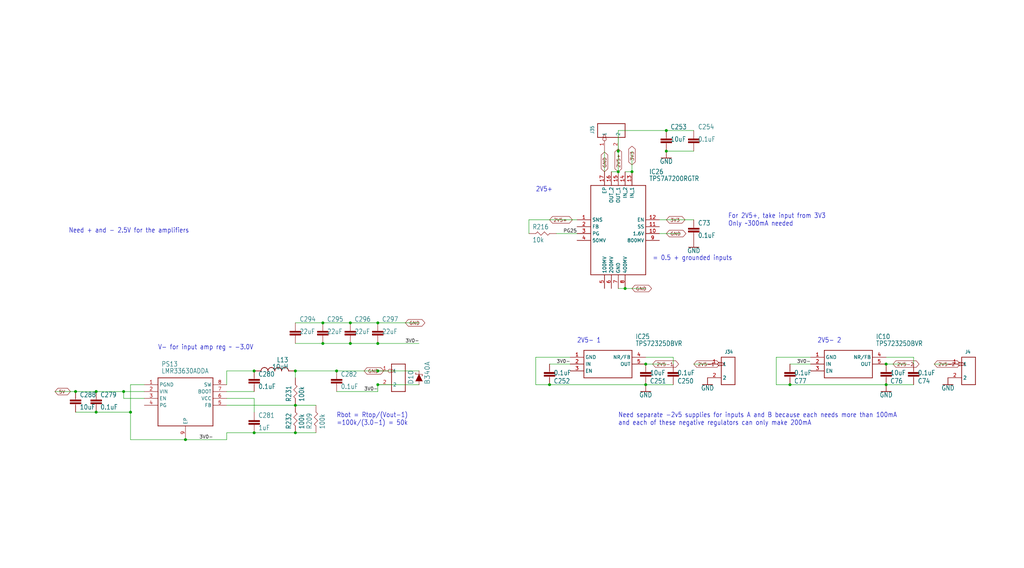
<source format=kicad_sch>
(kicad_sch (version 20231120) (generator "eeschema") (generator_version "8.0")
  (paper "User" 378.663 210.007)
  (lib_symbols
    (symbol "haasoscope_pro_adc_fpga_board-eagle-import:CAPACITOR_0402_N"
      (symbol "CAPACITOR_0402_N_1_0"
        (rectangle (start -2.032 -2.032) (end 2.032 -1.524) (fill (type outline)))
        (rectangle (start -2.032 -1.016) (end 2.032 -0.508) (fill (type outline)))
        (polyline (pts (xy 0 -2.54) (xy 0 -2.032)) (stroke (width 0.1524)))
        (polyline (pts (xy 0 0) (xy 0 -0.508)) (stroke (width 0.1524)))
        (pin passive line (at 0 2.54 270) (length 2.54) (name "1") (number "1"))
        (pin passive line (at 0 -5.08 90) (length 2.54) (name "2") (number "2"))
      )
    )
    (symbol "haasoscope_pro_adc_fpga_board-eagle-import:CAPACITOR_0805_N"
      (symbol "CAPACITOR_0805_N_1_0"
        (rectangle (start -2.032 -2.032) (end 2.032 -1.524) (fill (type outline)))
        (rectangle (start -2.032 -1.016) (end 2.032 -0.508) (fill (type outline)))
        (polyline (pts (xy 0 -2.54) (xy 0 -2.032)) (stroke (width 0.1524)))
        (polyline (pts (xy 0 0) (xy 0 -0.508)) (stroke (width 0.1524)))
        (pin passive line (at 0 2.54 270) (length 2.54) (name "1") (number "1"))
        (pin passive line (at 0 -5.08 90) (length 2.54) (name "2") (number "2"))
      )
    )
    (symbol "haasoscope_pro_adc_fpga_board-eagle-import:DIODE-SCHOTTKY-B340A"
      (property "Reference" "D" (at -2.54 2.032 0))
      (symbol "DIODE-SCHOTTKY-B340A_1_0"
        (polyline (pts (xy -2.54 0) (xy -1.27 0)) (stroke (width 0.1524)))
        (polyline (pts (xy 0.762 -1.27) (xy 0.762 -1.016)) (stroke (width 0.1524)))
        (polyline (pts (xy 1.27 -1.27) (xy 0.762 -1.27)) (stroke (width 0.1524)))
        (polyline (pts (xy 1.27 0) (xy 1.27 -1.27)) (stroke (width 0.1524)))
        (polyline (pts (xy 1.27 1.27) (xy 1.27 0)) (stroke (width 0.1524)))
        (polyline (pts (xy 1.27 1.27) (xy 1.778 1.27)) (stroke (width 0.1524)))
        (polyline (pts (xy 1.778 1.27) (xy 1.778 1.016)) (stroke (width 0.1524)))
        (polyline (pts (xy 2.54 0) (xy 1.27 0)) (stroke (width 0.1524)))
        (polyline (pts (xy -1.27 1.27) (xy 1.27 0) (xy -1.27 -1.27)) (stroke (width 0.1524)) (fill (type outline)))
        (pin passive line (at -2.54 0 0) (length 0) (name "A") (number "A"))
        (pin passive line (at 2.54 0 180) (length 0) (name "C") (number "C"))
      )
    )
    (symbol "haasoscope_pro_adc_fpga_board-eagle-import:DIP-BLACK-MALE-HEADER-VERT(2P-2.54)"
      (symbol "DIP-BLACK-MALE-HEADER-VERT(2P-2.54)_1_0"
        (polyline (pts (xy -2.54 -5.08) (xy -2.54 5.08)) (stroke (width 0.254)))
        (polyline (pts (xy -2.54 5.08) (xy 2.54 5.08)) (stroke (width 0.254)))
        (polyline (pts (xy 2.54 -5.08) (xy -2.54 -5.08)) (stroke (width 0.254)))
        (polyline (pts (xy 2.54 5.08) (xy 2.54 -5.08)) (stroke (width 0.254)))
        (pin bidirectional inverted_clock (at -7.62 2.54 0) (length 5.08) (name "1") (number "1"))
        (pin bidirectional line (at -7.62 -2.54 0) (length 5.08) (name "2") (number "2"))
      )
    )
    (symbol "haasoscope_pro_adc_fpga_board-eagle-import:INDUCTORPWR"
      (property "Reference" "L" (at 2.54 5.08 0))
      (symbol "INDUCTORPWR_1_0"
        (arc (start 0 -5.08) (mid 0.898 -4.708) (end 1.27 -3.81) (stroke (width 0.254)))
        (arc (start 0 -2.54) (mid 0.898 -2.168) (end 1.27 -1.27) (stroke (width 0.254)))
        (arc (start 0 0) (mid 0.898 0.372) (end 1.27 1.27) (stroke (width 0.254)))
        (arc (start 0 2.54) (mid 0.898 2.912) (end 1.27 3.81) (stroke (width 0.254)))
        (arc (start 1.27 -3.81) (mid 0.898 -2.912) (end 0 -2.54) (stroke (width 0.254)))
        (arc (start 1.27 -1.27) (mid 0.898 -0.372) (end 0 0) (stroke (width 0.254)))
        (arc (start 1.27 1.27) (mid 0.898 2.168) (end 0 2.54) (stroke (width 0.254)))
        (arc (start 1.27 3.81) (mid 0.898 4.708) (end 0 5.08) (stroke (width 0.254)))
        (pin passive line (at 0 7.62 270) (length 2.54) (name "1") (number "1"))
        (pin passive line (at 0 -7.62 90) (length 2.54) (name "2") (number "2"))
      )
    )
    (symbol "haasoscope_pro_adc_fpga_board-eagle-import:LMR33630ADDA"
      (property "Reference" "PS" (at 26.67 7.62 0))
      (symbol "LMR33630ADDA_1_0"
        (polyline (pts (xy 5.08 2.54) (xy 5.08 -15.24)) (stroke (width 0.254)))
        (polyline (pts (xy 5.08 2.54) (xy 25.4 2.54)) (stroke (width 0.254)))
        (polyline (pts (xy 25.4 -15.24) (xy 5.08 -15.24)) (stroke (width 0.254)))
        (polyline (pts (xy 25.4 -15.24) (xy 25.4 2.54)) (stroke (width 0.254)))
        (pin bidirectional line (at 0 0 0) (length 5.08) (name "PGND") (number "1"))
        (pin bidirectional line (at 0 -2.54 0) (length 5.08) (name "VIN") (number "2"))
        (pin bidirectional line (at 0 -5.08 0) (length 5.08) (name "EN") (number "3"))
        (pin bidirectional line (at 0 -7.62 0) (length 5.08) (name "PG") (number "4"))
        (pin bidirectional line (at 30.48 -7.62 180) (length 5.08) (name "FB") (number "5"))
        (pin bidirectional line (at 30.48 -5.08 180) (length 5.08) (name "VCC") (number "6"))
        (pin bidirectional line (at 30.48 -2.54 180) (length 5.08) (name "BOOT") (number "7"))
        (pin bidirectional line (at 30.48 0 180) (length 5.08) (name "SW") (number "8"))
        (pin bidirectional line (at 15.24 -20.32 90) (length 5.08) (name "EP") (number "9"))
      )
    )
    (symbol "haasoscope_pro_adc_fpga_board-eagle-import:RES-0402"
      (property "Reference" "R" (at -3.175 1.27 0))
      (symbol "RES-0402_1_0"
        (polyline (pts (xy -2.54 0) (xy -1.905 0.635)) (stroke (width 0.1524)))
        (polyline (pts (xy -1.905 0.635) (xy -0.635 -0.635)) (stroke (width 0.1524)))
        (polyline (pts (xy -0.635 -0.635) (xy 0.635 0.635)) (stroke (width 0.1524)))
        (polyline (pts (xy 0.635 0.635) (xy 1.905 -0.635)) (stroke (width 0.1524)))
        (polyline (pts (xy 1.905 -0.635) (xy 2.54 0)) (stroke (width 0.1524)))
        (pin bidirectional line (at -5.08 0 0) (length 2.54) (name "P$1") (number "P$1"))
        (pin bidirectional line (at 5.08 0 180) (length 2.54) (name "P$2") (number "P$2"))
      )
    )
    (symbol "haasoscope_pro_adc_fpga_board-eagle-import:SparkFun-PowerSymbols_GND" (power)
      (symbol "SparkFun-PowerSymbols_GND_1_0"
        (polyline (pts (xy -1.905 0) (xy 1.905 0)) (stroke (width 0.254)))
        (pin power_in line (at 0 2.54 270) (length 2.54) (name "GND") (number "1"))
      )
    )
    (symbol "haasoscope_pro_adc_fpga_board-eagle-import:TPS72325DBVR"
      (property "Reference" "IC" (at 24.13 7.62 0))
      (symbol "TPS72325DBVR_1_0"
        (polyline (pts (xy 5.08 2.54) (xy 5.08 -7.62)) (stroke (width 0.254)))
        (polyline (pts (xy 5.08 2.54) (xy 22.86 2.54)) (stroke (width 0.254)))
        (polyline (pts (xy 22.86 -7.62) (xy 5.08 -7.62)) (stroke (width 0.254)))
        (polyline (pts (xy 22.86 -7.62) (xy 22.86 2.54)) (stroke (width 0.254)))
        (pin bidirectional line (at 0 0 0) (length 5.08) (name "GND") (number "1"))
        (pin bidirectional line (at 0 -2.54 0) (length 5.08) (name "IN") (number "2"))
        (pin bidirectional line (at 0 -5.08 0) (length 5.08) (name "EN") (number "3"))
        (pin bidirectional line (at 27.94 0 180) (length 5.08) (name "NR/FB") (number "4"))
        (pin bidirectional line (at 27.94 -2.54 180) (length 5.08) (name "OUT") (number "5"))
      )
    )
    (symbol "haasoscope_pro_adc_fpga_board-eagle-import:TPS7A7200RGTR"
      (property "Reference" "IC" (at 26.67 17.78 0))
      (symbol "TPS7A7200RGTR_1_0"
        (polyline (pts (xy 5.08 12.7) (xy 5.08 -20.32)) (stroke (width 0.254)))
        (polyline (pts (xy 5.08 12.7) (xy 25.4 12.7)) (stroke (width 0.254)))
        (polyline (pts (xy 25.4 -20.32) (xy 5.08 -20.32)) (stroke (width 0.254)))
        (polyline (pts (xy 25.4 -20.32) (xy 25.4 12.7)) (stroke (width 0.254)))
        (pin bidirectional line (at 0 0 0) (length 5.08) (name "SNS") (number "1"))
        (pin bidirectional line (at 30.48 -5.08 180) (length 5.08) (name "1.6V") (number "10"))
        (pin bidirectional line (at 30.48 -2.54 180) (length 5.08) (name "SS") (number "11"))
        (pin bidirectional line (at 30.48 0 180) (length 5.08) (name "EN") (number "12"))
        (pin bidirectional line (at 20.32 17.78 270) (length 5.08) (name "IN_1") (number "13"))
        (pin bidirectional line (at 17.78 17.78 270) (length 5.08) (name "IN_2") (number "14"))
        (pin bidirectional line (at 15.24 17.78 270) (length 5.08) (name "OUT_1") (number "15"))
        (pin bidirectional line (at 12.7 17.78 270) (length 5.08) (name "OUT_2") (number "16"))
        (pin bidirectional line (at 10.16 17.78 270) (length 5.08) (name "EP") (number "17"))
        (pin bidirectional line (at 0 -2.54 0) (length 5.08) (name "FB") (number "2"))
        (pin bidirectional line (at 0 -5.08 0) (length 5.08) (name "PG") (number "3"))
        (pin bidirectional line (at 0 -7.62 0) (length 5.08) (name "50MV") (number "4"))
        (pin bidirectional line (at 10.16 -25.4 90) (length 5.08) (name "100MV") (number "5"))
        (pin bidirectional line (at 12.7 -25.4 90) (length 5.08) (name "200MV") (number "6"))
        (pin bidirectional line (at 15.24 -25.4 90) (length 5.08) (name "GND") (number "7"))
        (pin bidirectional line (at 17.78 -25.4 90) (length 5.08) (name "400MV") (number "8"))
        (pin bidirectional line (at 30.48 -7.62 180) (length 5.08) (name "800MV") (number "9"))
      )
    )
  )
  (junction (at 93.98 160.02))
  (junction (at 109.22 137.16))
  (junction (at 35.56 152.4))
  (junction (at 119.38 119.38))
  (junction (at 109.22 160.02))
  (junction (at 139.7 127))
  (junction (at 68.58 162.56))
  (junction (at 203.2 142.24))
  (junction (at 48.26 152.4))
  (junction (at 231.14 106.68))
  (junction (at 246.38 48.26))
  (junction (at 228.6 55.88))
  (junction (at 139.7 137.16))
  (junction (at 109.22 149.86))
  (junction (at 246.38 55.88))
  (junction (at 129.54 119.38))
  (junction (at 292.1 142.24))
  (junction (at 129.54 127))
  (junction (at 238.76 134.62))
  (junction (at 139.7 142.24))
  (junction (at 119.38 127))
  (junction (at 93.98 137.16))
  (junction (at 327.66 142.24))
  (junction (at 27.94 144.78))
  (junction (at 124.46 137.16))
  (junction (at 233.68 63.5))
  (junction (at 327.66 134.62))
  (junction (at 45.72 144.78))
  (junction (at 35.56 144.78))
  (junction (at 139.7 119.38))
  (junction (at 238.76 142.24))
  (junction (at 228.6 63.5))
  (wire (pts (xy 228.6 63.5) (xy 226.06 63.5)) (stroke (width 0.1524)))
  (wire (pts (xy 337.82 142.24) (xy 327.66 142.24)) (stroke (width 0.1524)))
  (wire (pts (xy 83.82 137.16) (xy 83.82 142.24)) (stroke (width 0.1524)))
  (wire (pts (xy 53.34 142.24) (xy 48.26 142.24)) (stroke (width 0.1524)))
  (wire (pts (xy 119.38 119.38) (xy 129.54 119.38)) (stroke (width 0.1524)))
  (wire (pts (xy 210.82 132.08) (xy 198.12 132.08)) (stroke (width 0.1524)))
  (wire (pts (xy 124.46 137.16) (xy 139.7 137.16)) (stroke (width 0.1524)))
  (wire (pts (xy 223.52 63.5) (xy 223.52 55.88)) (stroke (width 0.1524)))
  (wire (pts (xy 27.94 152.4) (xy 35.56 152.4)) (stroke (width 0.1524)))
  (wire (pts (xy 299.72 134.62) (xy 292.1 134.62)) (stroke (width 0.1524)))
  (wire (pts (xy 45.72 147.32) (xy 53.34 147.32)) (stroke (width 0.1524)))
  (wire (pts (xy 213.36 86.36) (xy 205.74 86.36)) (stroke (width 0.1524)))
  (wire (pts (xy 248.92 132.08) (xy 248.92 134.62)) (stroke (width 0.1524)))
  (wire (pts (xy 116.84 160.02) (xy 109.22 160.02)) (stroke (width 0.1524)))
  (wire (pts (xy 139.7 119.38) (xy 154.94 119.38)) (stroke (width 0.1524)))
  (wire (pts (xy 93.98 160.02) (xy 109.22 160.02)) (stroke (width 0.1524)))
  (wire (pts (xy 246.38 48.26) (xy 256.54 48.26)) (stroke (width 0.1524)))
  (wire (pts (xy 129.54 119.38) (xy 139.7 119.38)) (stroke (width 0.1524)))
  (wire (pts (xy 139.7 137.16) (xy 154.94 137.16)) (stroke (width 0.1524)))
  (wire (pts (xy 45.72 144.78) (xy 53.34 144.78)) (stroke (width 0.1524)))
  (wire (pts (xy 246.38 55.88) (xy 256.54 55.88)) (stroke (width 0.1524)))
  (wire (pts (xy 109.22 127) (xy 119.38 127)) (stroke (width 0.1524)))
  (wire (pts (xy 116.84 149.86) (xy 109.22 149.86)) (stroke (width 0.1524)))
  (wire (pts (xy 228.6 63.5) (xy 228.6 55.88)) (stroke (width 0.1524)))
  (wire (pts (xy 292.1 142.24) (xy 287.02 142.24)) (stroke (width 0.1524)))
  (wire (pts (xy 119.38 127) (xy 129.54 127)) (stroke (width 0.1524)))
  (wire (pts (xy 198.12 142.24) (xy 198.12 132.08)) (stroke (width 0.1524)))
  (wire (pts (xy 93.98 137.16) (xy 83.82 137.16)) (stroke (width 0.1524)))
  (wire (pts (xy 83.82 162.56) (xy 83.82 160.02)) (stroke (width 0.1524)))
  (wire (pts (xy 93.98 144.78) (xy 83.82 144.78)) (stroke (width 0.1524)))
  (wire (pts (xy 109.22 137.16) (xy 124.46 137.16)) (stroke (width 0.1524)))
  (wire (pts (xy 327.66 142.24) (xy 292.1 142.24)) (stroke (width 0.1524)))
  (wire (pts (xy 238.76 142.24) (xy 203.2 142.24)) (stroke (width 0.1524)))
  (wire (pts (xy 195.58 81.28) (xy 195.58 86.36)) (stroke (width 0.1524)))
  (wire (pts (xy 233.68 63.5) (xy 233.68 55.88)) (stroke (width 0.1524)))
  (wire (pts (xy 231.14 63.5) (xy 233.68 63.5)) (stroke (width 0.1524)))
  (wire (pts (xy 337.82 132.08) (xy 337.82 134.62)) (stroke (width 0.1524)))
  (wire (pts (xy 350.52 134.62) (xy 345.44 134.62)) (stroke (width 0.1524)))
  (wire (pts (xy 109.22 119.38) (xy 119.38 119.38)) (stroke (width 0.1524)))
  (wire (pts (xy 83.82 160.02) (xy 93.98 160.02)) (stroke (width 0.1524)))
  (wire (pts (xy 231.14 106.68) (xy 238.76 106.68)) (stroke (width 0.1524)))
  (wire (pts (xy 299.72 132.08) (xy 287.02 132.08)) (stroke (width 0.1524)))
  (wire (pts (xy 228.6 48.26) (xy 246.38 48.26)) (stroke (width 0.1524)))
  (wire (pts (xy 139.7 142.24) (xy 154.94 142.24)) (stroke (width 0.1524)))
  (wire (pts (xy 129.54 127) (xy 139.7 127)) (stroke (width 0.1524)))
  (wire (pts (xy 248.92 142.24) (xy 238.76 142.24)) (stroke (width 0.1524)))
  (wire (pts (xy 228.6 106.68) (xy 231.14 106.68)) (stroke (width 0.1524)))
  (wire (pts (xy 139.7 142.24) (xy 139.7 144.78)) (stroke (width 0.1524)))
  (wire (pts (xy 45.72 144.78) (xy 45.72 147.32)) (stroke (width 0.1524)))
  (wire (pts (xy 109.22 137.16) (xy 109.22 139.7)) (stroke (width 0.1524)))
  (wire (pts (xy 238.76 134.62) (xy 246.38 134.62)) (stroke (width 0.1524)))
  (wire (pts (xy 243.84 86.36) (xy 251.46 86.36)) (stroke (width 0.1524)))
  (wire (pts (xy 20.32 144.78) (xy 27.94 144.78)) (stroke (width 0.1524)))
  (wire (pts (xy 93.98 147.32) (xy 93.98 152.4)) (stroke (width 0.1524)))
  (wire (pts (xy 213.36 81.28) (xy 195.58 81.28)) (stroke (width 0.1524)))
  (wire (pts (xy 35.56 144.78) (xy 45.72 144.78)) (stroke (width 0.1524)))
  (wire (pts (xy 48.26 152.4) (xy 48.26 162.56)) (stroke (width 0.1524)))
  (wire (pts (xy 261.62 134.62) (xy 256.54 134.62)) (stroke (width 0.1524)))
  (wire (pts (xy 203.2 142.24) (xy 198.12 142.24)) (stroke (width 0.1524)))
  (wire (pts (xy 327.66 134.62) (xy 335.28 134.62)) (stroke (width 0.1524)))
  (wire (pts (xy 228.6 55.88) (xy 228.6 48.26)) (stroke (width 0.1524)))
  (wire (pts (xy 287.02 142.24) (xy 287.02 132.08)) (stroke (width 0.1524)))
  (wire (pts (xy 139.7 144.78) (xy 124.46 144.78)) (stroke (width 0.1524)))
  (wire (pts (xy 48.26 142.24) (xy 48.26 152.4)) (stroke (width 0.1524)))
  (wire (pts (xy 68.58 162.56) (xy 83.82 162.56)) (stroke (width 0.1524)))
  (wire (pts (xy 48.26 162.56) (xy 68.58 162.56)) (stroke (width 0.1524)))
  (wire (pts (xy 83.82 149.86) (xy 109.22 149.86)) (stroke (width 0.1524)))
  (wire (pts (xy 48.26 152.4) (xy 35.56 152.4)) (stroke (width 0.1524)))
  (wire (pts (xy 243.84 81.28) (xy 256.54 81.28)) (stroke (width 0.1524)))
  (wire (pts (xy 238.76 132.08) (xy 248.92 132.08)) (stroke (width 0.1524)))
  (wire (pts (xy 210.82 134.62) (xy 203.2 134.62)) (stroke (width 0.1524)))
  (wire (pts (xy 139.7 127) (xy 154.94 127)) (stroke (width 0.1524)))
  (wire (pts (xy 83.82 147.32) (xy 93.98 147.32)) (stroke (width 0.1524)))
  (wire (pts (xy 327.66 132.08) (xy 337.82 132.08)) (stroke (width 0.1524)))
  (wire (pts (xy 35.56 144.78) (xy 27.94 144.78)) (stroke (width 0.1524)))
  (text "V- for input amp reg ~ -3.0V" (at 58.42 129.54 0) (effects (font (size 1.778 1.5113)) (justify left bottom)))
  (text "2V5+" (at 198.12 71.12 0) (effects (font (size 1.778 1.5113)) (justify left bottom)))
  (text "2V5- 1" (at 213.36 127 0) (effects (font (size 1.778 1.5113)) (justify left bottom)))
  (text "2V5- 2" (at 302.26 127 0) (effects (font (size 1.778 1.5113)) (justify left bottom)))
  (text "For 2V5+, take input from 3V3\nOnly ~300mA needed" (at 269.24 83.82 0) (effects (font (size 1.778 1.5113)) (justify left bottom)))
  (text "= 0.5 + grounded inputs" (at 241.3 96.52 0) (effects (font (size 1.778 1.5113)) (justify left bottom)))
  (text "Need separate -2v5 supplies for inputs A and B because each needs more than 100mA\nand each of these negative regulators can only make 200mA" (at 228.6 157.48 0) (effects (font (size 1.778 1.5113)) (justify left bottom)))
  (text "Rbot = Rtop/(Vout-1)\n=100k/(3.0-1) = 50k" (at 124.46 157.48 0) (effects (font (size 1.778 1.5113)) (justify left bottom)))
  (text "Need + and - 2.5V for the amplifiers" (at 25.4 86.36 0) (effects (font (size 1.778 1.5113)) (justify left bottom)))
  (label "3V0-" (at 73.66 162.56 0) (effects (font (size 1.2446 1.2446))))
  (label "3V0-" (at 134.62 144.78 0) (effects (font (size 1.2446 1.2446))))
  (label "3V0-" (at 149.86 127 0) (effects (font (size 1.2446 1.2446))))
  (label "3V0-" (at 294.64 134.62 0) (effects (font (size 1.2446 1.2446))))
  (label "3V0-" (at 205.74 134.62 0) (effects (font (size 1.2446 1.2446))))
  (label "PG25" (at 208.28 86.36 0) (effects (font (size 1.2446 1.2446))))
  (global_label "GND" (shape bidirectional) (at 149.86 119.38 0) (effects (font (size 1.2446 1.2446))) (property "Intersheetrefs" "${INTERSHEET_REFS}" (effects (hide yes))))
  (global_label "2V5-1" (shape bidirectional) (at 256.54 134.62 0) (effects (font (size 1.2446 1.2446))) (property "Intersheetrefs" "${INTERSHEET_REFS}" (effects (hide yes))))
  (global_label "3V3" (shape bidirectional) (at 246.38 81.28 0) (effects (font (size 1.2446 1.2446))) (property "Intersheetrefs" "${INTERSHEET_REFS}" (effects (hide yes))))
  (global_label "GND" (shape bidirectional) (at 223.52 63.5 90) (effects (font (size 1.2446 1.2446))) (property "Intersheetrefs" "${INTERSHEET_REFS}" (effects (hide yes))))
  (global_label "2V5-2" (shape bidirectional) (at 345.44 134.62 0) (effects (font (size 1.2446 1.2446))) (property "Intersheetrefs" "${INTERSHEET_REFS}" (effects (hide yes))))
  (global_label "GND" (shape bidirectional) (at 233.68 106.68 0) (effects (font (size 1.2446 1.2446))) (property "Intersheetrefs" "${INTERSHEET_REFS}" (effects (hide yes))))
  (global_label "GND" (shape bidirectional) (at 134.62 137.16 0) (effects (font (size 1.2446 1.2446))) (property "Intersheetrefs" "${INTERSHEET_REFS}" (effects (hide yes))))
  (global_label "2V5-1" (shape bidirectional) (at 241.3 134.62 0) (effects (font (size 1.2446 1.2446))) (property "Intersheetrefs" "${INTERSHEET_REFS}" (effects (hide yes))))
  (global_label "2V5+" (shape bidirectional) (at 228.6 63.5 90) (effects (font (size 1.2446 1.2446))) (property "Intersheetrefs" "${INTERSHEET_REFS}" (effects (hide yes))))
  (global_label "5V" (shape bidirectional) (at 20.32 144.78 0) (effects (font (size 1.2446 1.2446))) (property "Intersheetrefs" "${INTERSHEET_REFS}" (effects (hide yes))))
  (global_label "2V5+" (shape bidirectional) (at 203.2 81.28 0) (effects (font (size 1.2446 1.2446))) (property "Intersheetrefs" "${INTERSHEET_REFS}" (effects (hide yes))))
  (global_label "GND" (shape bidirectional) (at 246.38 86.36 0) (effects (font (size 1.2446 1.2446))) (property "Intersheetrefs" "${INTERSHEET_REFS}" (effects (hide yes))))
  (global_label "2V5-2" (shape bidirectional) (at 330.2 134.62 0) (effects (font (size 1.2446 1.2446))) (property "Intersheetrefs" "${INTERSHEET_REFS}" (effects (hide yes))))
  (global_label "3V3" (shape bidirectional) (at 233.68 60.96 90) (effects (font (size 1.2446 1.2446))) (property "Intersheetrefs" "${INTERSHEET_REFS}" (effects (hide yes))))
  (symbol (lib_id "haasoscope_pro_adc_fpga_board-eagle-import:TPS7A7200RGTR") (at 213.36 81.28 0) (unit 1)
    (property "Reference" "IC26" (at 240.03 63.5 0) (effects (font (size 1.778 1.5113)) (justify left)))
    (property "Value" "TPS7A7200RGTR" (at 240.03 66.04 0) (effects (font (size 1.778 1.5113)) (justify left)))
    (property "Footprint" "haasoscope_pro_adc_fpga_board:QFN50P300X300X100-17N" (effects (hide yes)))
  )
  (symbol (lib_id "haasoscope_pro_adc_fpga_board-eagle-import:DIP-BLACK-MALE-HEADER-VERT(2P-2.54)") (at 147.32 139.7 0) (unit 1)
    (property "Reference" "J44" (effects (hide yes)))
    (property "Value" "2p-2.54" (effects (hide yes)))
    (property "Footprint" "haasoscope_pro_adc_fpga_board:H2-2.54" (effects (hide yes)))
  )
  (symbol (lib_id "haasoscope_pro_adc_fpga_board-eagle-import:CAPACITOR_0402_N") (at 203.2 137.16 0) (unit 1)
    (property "Reference" "C252" (at 204.724 141.859 0) (effects (font (size 1.778 1.5113)) (justify left bottom)))
    (property "Value" "0.1uF" (at 204.724 138.811 0) (effects (font (size 1.778 1.5113)) (justify left bottom)))
    (property "Footprint" "haasoscope_pro_adc_fpga_board:RESC0402_N" (effects (hide yes)))
  )
  (symbol (lib_id "haasoscope_pro_adc_fpga_board-eagle-import:CAPACITOR_0805_N") (at 139.7 121.92 0) (unit 1)
    (property "Reference" "C297" (at 141.224 118.999 0) (effects (font (size 1.778 1.5113)) (justify left bottom)))
    (property "Value" "22uF" (at 141.224 123.571 0) (effects (font (size 1.778 1.5113)) (justify left bottom)))
    (property "Footprint" "haasoscope_pro_adc_fpga_board:RESC0805_N" (effects (hide yes)))
  )
  (symbol (lib_id "haasoscope_pro_adc_fpga_board-eagle-import:RES-0402") (at 109.22 144.78 90) (unit 1)
    (property "Reference" "R231" (at 107.7214 148.59 0) (effects (font (size 1.778 1.5113)) (justify left bottom)))
    (property "Value" "100k" (at 112.522 148.59 0) (effects (font (size 1.778 1.5113)) (justify left bottom)))
    (property "Footprint" "haasoscope_pro_adc_fpga_board:RES-0402" (effects (hide yes)))
  )
  (symbol (lib_id "haasoscope_pro_adc_fpga_board-eagle-import:CAPACITOR_0805_N") (at 27.94 147.32 0) (unit 1)
    (property "Reference" "C288" (at 29.464 146.939 0) (effects (font (size 1.778 1.5113)) (justify left bottom)))
    (property "Value" "10uF" (at 29.464 151.511 0) (effects (font (size 1.778 1.5113)) (justify left bottom)))
    (property "Footprint" "haasoscope_pro_adc_fpga_board:RESC0805_N" (effects (hide yes)))
  )
  (symbol (lib_id "haasoscope_pro_adc_fpga_board-eagle-import:SparkFun-PowerSymbols_GND") (at 327.66 144.78 0) (unit 1)
    (property "Reference" "#GND058" (effects (hide yes)))
    (property "Value" "GND" (at 327.66 145.034 0) (effects (font (size 1.778 1.5113)) (justify top)))
  )
  (symbol (lib_id "haasoscope_pro_adc_fpga_board-eagle-import:CAPACITOR_0402_N") (at 93.98 154.94 0) (unit 1)
    (property "Reference" "C281" (at 95.504 154.559 0) (effects (font (size 1.778 1.5113)) (justify left bottom)))
    (property "Value" "1uF" (at 95.504 159.131 0) (effects (font (size 1.778 1.5113)) (justify left bottom)))
    (property "Footprint" "haasoscope_pro_adc_fpga_board:RESC0402_N" (effects (hide yes)))
  )
  (symbol (lib_id "haasoscope_pro_adc_fpga_board-eagle-import:CAPACITOR_0805_N") (at 238.76 137.16 0) (unit 1)
    (property "Reference" "C251" (at 240.284 141.859 0) (effects (font (size 1.778 1.5113)) (justify left bottom)))
    (property "Value" "10uF" (at 240.284 138.811 0) (effects (font (size 1.778 1.5113)) (justify left bottom)))
    (property "Footprint" "haasoscope_pro_adc_fpga_board:RESC0805_N" (effects (hide yes)))
  )
  (symbol (lib_id "haasoscope_pro_adc_fpga_board-eagle-import:TPS72325DBVR") (at 299.72 132.08 0) (unit 1)
    (property "Reference" "IC10" (at 323.85 124.46 0) (effects (font (size 1.778 1.5113)) (justify left)))
    (property "Value" "TPS72325DBVR" (at 323.85 127 0) (effects (font (size 1.778 1.5113)) (justify left)))
    (property "Footprint" "haasoscope_pro_adc_fpga_board:SOT95P280X145-5N" (effects (hide yes)))
  )
  (symbol (lib_id "haasoscope_pro_adc_fpga_board-eagle-import:LMR33630ADDA") (at 53.34 142.24 0) (unit 1)
    (property "Reference" "PS13" (at 59.69 134.62 0) (effects (font (size 1.778 1.5113)) (justify left)))
    (property "Value" "LMR33630ADDA" (at 59.69 137.16 0) (effects (font (size 1.778 1.5113)) (justify left)))
    (property "Footprint" "haasoscope_pro_adc_fpga_board:SOIC127P600X170-9N" (effects (hide yes)))
    (property "LCSC" "C841384" (effects (hide yes)))
  )
  (symbol (lib_id "haasoscope_pro_adc_fpga_board-eagle-import:SparkFun-PowerSymbols_GND") (at 238.76 144.78 0) (unit 1)
    (property "Reference" "#GND0212" (effects (hide yes)))
    (property "Value" "GND" (at 238.76 145.034 0) (effects (font (size 1.778 1.5113)) (justify top)))
  )
  (symbol (lib_id "haasoscope_pro_adc_fpga_board-eagle-import:CAPACITOR_0402_N") (at 35.56 147.32 0) (unit 1)
    (property "Reference" "C279" (at 37.084 146.939 0) (effects (font (size 1.778 1.5113)) (justify left bottom)))
    (property "Value" "0.1uF" (at 37.084 151.511 0) (effects (font (size 1.778 1.5113)) (justify left bottom)))
    (property "Footprint" "haasoscope_pro_adc_fpga_board:RESC0402_N" (effects (hide yes)))
  )
  (symbol (lib_id "haasoscope_pro_adc_fpga_board-eagle-import:CAPACITOR_0402_N") (at 337.82 137.16 0) (unit 1)
    (property "Reference" "C74" (at 339.344 141.859 0) (effects (font (size 1.778 1.5113)) (justify left bottom)))
    (property "Value" "0.1uF" (at 339.344 138.811 0) (effects (font (size 1.778 1.5113)) (justify left bottom)))
    (property "Footprint" "haasoscope_pro_adc_fpga_board:RESC0402_N" (effects (hide yes)))
  )
  (symbol (lib_id "haasoscope_pro_adc_fpga_board-eagle-import:CAPACITOR_0402_N") (at 292.1 137.16 0) (unit 1)
    (property "Reference" "C77" (at 293.624 141.859 0) (effects (font (size 1.778 1.5113)) (justify left bottom)))
    (property "Value" "0.1uF" (at 293.624 138.811 0) (effects (font (size 1.778 1.5113)) (justify left bottom)))
    (property "Footprint" "haasoscope_pro_adc_fpga_board:RESC0402_N" (effects (hide yes)))
  )
  (symbol (lib_id "haasoscope_pro_adc_fpga_board-eagle-import:CAPACITOR_0402_N") (at 256.54 83.82 0) (unit 1)
    (property "Reference" "C73" (at 258.064 83.439 0) (effects (font (size 1.778 1.5113)) (justify left bottom)))
    (property "Value" "0.1uF" (at 258.064 88.011 0) (effects (font (size 1.778 1.5113)) (justify left bottom)))
    (property "Footprint" "haasoscope_pro_adc_fpga_board:RESC0402_N" (effects (hide yes)))
  )
  (symbol (lib_id "haasoscope_pro_adc_fpga_board-eagle-import:CAPACITOR_0402_N") (at 248.92 137.16 0) (unit 1)
    (property "Reference" "C250" (at 250.444 141.859 0) (effects (font (size 1.778 1.5113)) (justify left bottom)))
    (property "Value" "0.1uF" (at 250.444 138.811 0) (effects (font (size 1.778 1.5113)) (justify left bottom)))
    (property "Footprint" "haasoscope_pro_adc_fpga_board:RESC0402_N" (effects (hide yes)))
  )
  (symbol (lib_id "haasoscope_pro_adc_fpga_board-eagle-import:CAPACITOR_0402_N") (at 93.98 139.7 0) (unit 1)
    (property "Reference" "C280" (at 95.504 139.319 0) (effects (font (size 1.778 1.5113)) (justify left bottom)))
    (property "Value" "0.1uF" (at 95.504 143.891 0) (effects (font (size 1.778 1.5113)) (justify left bottom)))
    (property "Footprint" "haasoscope_pro_adc_fpga_board:RESC0402_N" (effects (hide yes)))
  )
  (symbol (lib_id "haasoscope_pro_adc_fpga_board-eagle-import:DIP-BLACK-MALE-HEADER-VERT(2P-2.54)") (at 269.24 137.16 0) (unit 1)
    (property "Reference" "J34" (at 267.97 130.81 0) (effects (font (size 1.27 1.0795)) (justify left bottom)))
    (property "Value" "2p-2.54" (effects (hide yes)))
    (property "Footprint" "haasoscope_pro_adc_fpga_board:H2-2.54" (effects (hide yes)))
  )
  (symbol (lib_id "haasoscope_pro_adc_fpga_board-eagle-import:CAPACITOR_0402_N") (at 124.46 139.7 0) (unit 1)
    (property "Reference" "C282" (at 125.984 139.319 0) (effects (font (size 1.778 1.5113)) (justify left bottom)))
    (property "Value" "0.1uF" (at 125.984 143.891 0) (effects (font (size 1.778 1.5113)) (justify left bottom)))
    (property "Footprint" "haasoscope_pro_adc_fpga_board:RESC0402_N" (effects (hide yes)))
  )
  (symbol (lib_id "haasoscope_pro_adc_fpga_board-eagle-import:DIP-BLACK-MALE-HEADER-VERT(2P-2.54)") (at 358.14 137.16 0) (unit 1)
    (property "Reference" "J4" (at 356.87 130.81 0) (effects (font (size 1.27 1.0795)) (justify left bottom)))
    (property "Value" "2p-2.54" (effects (hide yes)))
    (property "Footprint" "haasoscope_pro_adc_fpga_board:H2-2.54" (effects (hide yes)))
  )
  (symbol (lib_id "haasoscope_pro_adc_fpga_board-eagle-import:RES-0402") (at 109.22 154.94 90) (unit 1)
    (property "Reference" "R232" (at 107.7214 158.75 0) (effects (font (size 1.778 1.5113)) (justify left bottom)))
    (property "Value" "100k" (at 112.522 158.75 0) (effects (font (size 1.778 1.5113)) (justify left bottom)))
    (property "Footprint" "haasoscope_pro_adc_fpga_board:RES-0402" (effects (hide yes)))
  )
  (symbol (lib_id "haasoscope_pro_adc_fpga_board-eagle-import:CAPACITOR_0805_N") (at 327.66 137.16 0) (unit 1)
    (property "Reference" "C76" (at 329.184 141.859 0) (effects (font (size 1.778 1.5113)) (justify left bottom)))
    (property "Value" "10uF" (at 329.184 138.811 0) (effects (font (size 1.778 1.5113)) (justify left bottom)))
    (property "Footprint" "haasoscope_pro_adc_fpga_board:RESC0805_N" (effects (hide yes)))
  )
  (symbol (lib_id "haasoscope_pro_adc_fpga_board-eagle-import:DIP-BLACK-MALE-HEADER-VERT(2P-2.54)") (at 226.06 48.26 90) (unit 1)
    (property "Reference" "J35" (at 219.71 49.53 0) (effects (font (size 1.27 1.0795)) (justify left bottom)))
    (property "Value" "2p-2.54" (effects (hide yes)))
    (property "Footprint" "haasoscope_pro_adc_fpga_board:H2-2.54" (effects (hide yes)))
  )
  (symbol (lib_id "haasoscope_pro_adc_fpga_board-eagle-import:INDUCTORPWR") (at 101.6 137.16 90) (unit 1)
    (property "Reference" "L13" (at 106.68 132.08 90) (effects (font (size 1.778 1.5113)) (justify left bottom)))
    (property "Value" "10uH" (at 106.68 134.62 90) (effects (font (size 1.778 1.5113)) (justify left bottom)))
    (property "Footprint" "haasoscope_pro_adc_fpga_board:CDRH125" (effects (hide yes)))
    (property "LCSC" "C339970" (effects (hide yes)))
  )
  (symbol (lib_id "haasoscope_pro_adc_fpga_board-eagle-import:CAPACITOR_0805_N") (at 129.54 121.92 0) (unit 1)
    (property "Reference" "C296" (at 131.064 118.999 0) (effects (font (size 1.778 1.5113)) (justify left bottom)))
    (property "Value" "22uF" (at 131.064 123.571 0) (effects (font (size 1.778 1.5113)) (justify left bottom)))
    (property "Footprint" "haasoscope_pro_adc_fpga_board:RESC0805_N" (effects (hide yes)))
  )
  (symbol (lib_id "haasoscope_pro_adc_fpga_board-eagle-import:DIODE-SCHOTTKY-B340A") (at 154.94 139.7 90) (unit 1)
    (property "Reference" "D10" (at 152.908 142.24 0) (effects (font (size 1.778 1.778)) (justify left bottom)))
    (property "Value" "B340A" (at 156.972 142.24 0) (effects (font (size 1.778 1.778)) (justify left top)))
    (property "Footprint" "haasoscope_pro_adc_fpga_board:SMA-DIODE" (effects (hide yes)))
    (property "LCSC" "C64982" (effects (hide yes)))
  )
  (symbol (lib_id "haasoscope_pro_adc_fpga_board-eagle-import:SparkFun-PowerSymbols_GND") (at 350.52 142.24 0) (unit 1)
    (property "Reference" "#GND059" (effects (hide yes)))
    (property "Value" "GND" (at 350.52 142.494 0) (effects (font (size 1.778 1.5113)) (justify top)))
  )
  (symbol (lib_id "haasoscope_pro_adc_fpga_board-eagle-import:SparkFun-PowerSymbols_GND") (at 261.62 142.24 0) (unit 1)
    (property "Reference" "#GND0213" (effects (hide yes)))
    (property "Value" "GND" (at 261.62 142.494 0) (effects (font (size 1.778 1.5113)) (justify top)))
  )
  (symbol (lib_id "haasoscope_pro_adc_fpga_board-eagle-import:CAPACITOR_0805_N") (at 109.22 121.92 0) (unit 1)
    (property "Reference" "C294" (at 110.744 118.999 0) (effects (font (size 1.778 1.5113)) (justify left bottom)))
    (property "Value" "22uF" (at 110.744 123.571 0) (effects (font (size 1.778 1.5113)) (justify left bottom)))
    (property "Footprint" "haasoscope_pro_adc_fpga_board:RESC0805_N" (effects (hide yes)))
  )
  (symbol (lib_id "haasoscope_pro_adc_fpga_board-eagle-import:CAPACITOR_0805_N") (at 119.38 121.92 0) (unit 1)
    (property "Reference" "C295" (at 120.904 118.999 0) (effects (font (size 1.778 1.5113)) (justify left bottom)))
    (property "Value" "22uF" (at 120.904 123.571 0) (effects (font (size 1.778 1.5113)) (justify left bottom)))
    (property "Footprint" "haasoscope_pro_adc_fpga_board:RESC0805_N" (effects (hide yes)))
  )
  (symbol (lib_id "haasoscope_pro_adc_fpga_board-eagle-import:CAPACITOR_0402_N") (at 256.54 50.8 0) (unit 1)
    (property "Reference" "C254" (at 258.064 47.879 0) (effects (font (size 1.778 1.5113)) (justify left bottom)))
    (property "Value" "0.1uF" (at 258.064 52.451 0) (effects (font (size 1.778 1.5113)) (justify left bottom)))
    (property "Footprint" "haasoscope_pro_adc_fpga_board:RESC0402_N" (effects (hide yes)))
  )
  (symbol (lib_id "haasoscope_pro_adc_fpga_board-eagle-import:TPS72325DBVR") (at 210.82 132.08 0) (unit 1)
    (property "Reference" "IC25" (at 234.95 124.46 0) (effects (font (size 1.778 1.5113)) (justify left)))
    (property "Value" "TPS72325DBVR" (at 234.95 127 0) (effects (font (size 1.778 1.5113)) (justify left)))
    (property "Footprint" "haasoscope_pro_adc_fpga_board:SOT95P280X145-5N" (effects (hide yes)))
  )
  (symbol (lib_id "haasoscope_pro_adc_fpga_board-eagle-import:RES-0402") (at 116.84 154.94 90) (unit 1)
    (property "Reference" "R209" (at 115.3414 158.75 0) (effects (font (size 1.778 1.5113)) (justify left bottom)))
    (property "Value" "100k" (at 120.142 158.75 0) (effects (font (size 1.778 1.5113)) (justify left bottom)))
    (property "Footprint" "haasoscope_pro_adc_fpga_board:RES-0402" (effects (hide yes)))
  )
  (symbol (lib_id "haasoscope_pro_adc_fpga_board-eagle-import:CAPACITOR_0805_N") (at 246.38 50.8 0) (unit 1)
    (property "Reference" "C253" (at 247.904 47.879 0) (effects (font (size 1.778 1.5113)) (justify left bottom)))
    (property "Value" "10uF" (at 247.904 52.451 0) (effects (font (size 1.778 1.5113)) (justify left bottom)))
    (property "Footprint" "haasoscope_pro_adc_fpga_board:RESC0805_N" (effects (hide yes)))
  )
  (symbol (lib_id "haasoscope_pro_adc_fpga_board-eagle-import:SparkFun-PowerSymbols_GND") (at 246.38 58.42 0) (unit 1)
    (property "Reference" "#GND0214" (effects (hide yes)))
    (property "Value" "GND" (at 246.38 58.674 0) (effects (font (size 1.778 1.5113)) (justify top)))
  )
  (symbol (lib_id "haasoscope_pro_adc_fpga_board-eagle-import:RES-0402") (at 200.66 86.36 0) (unit 1)
    (property "Reference" "R216" (at 196.85 84.8614 0) (effects (font (size 1.778 1.5113)) (justify left bottom)))
    (property "Value" "10k" (at 196.85 89.662 0) (effects (font (size 1.778 1.5113)) (justify left bottom)))
    (property "Footprint" "haasoscope_pro_adc_fpga_board:RES-0402" (effects (hide yes)))
  )
  (symbol (lib_id "haasoscope_pro_adc_fpga_board-eagle-import:SparkFun-PowerSymbols_GND") (at 256.54 91.44 0) (unit 1)
    (property "Reference" "#GND060" (effects (hide yes)))
    (property "Value" "GND" (at 256.54 91.694 0) (effects (font (size 1.778 1.5113)) (justify top)))
  )
)
</source>
